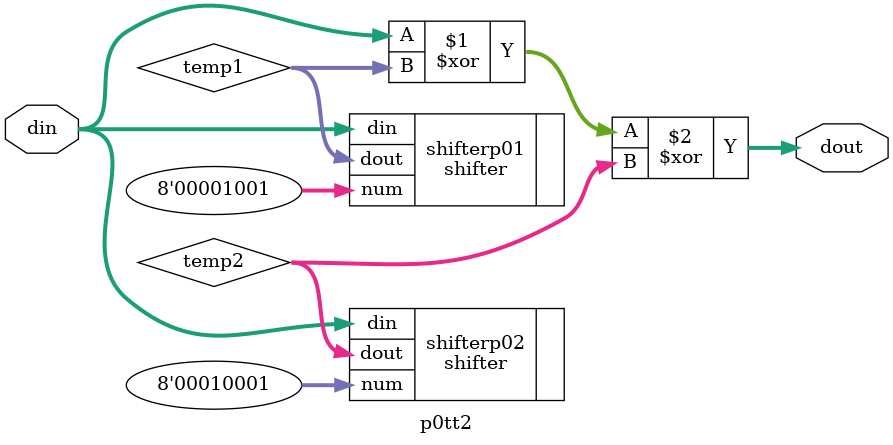
<source format=v>
`timescale 1ns / 1ps
module p0tt2 (
    din,
    dout
);
    input wire[31:0] din;
    output wire[31:0] dout;
    wire[31:0] temp1;
    wire[31:0] temp2;

    shifter shifterp01(
        .din(din),
        .num(8'd9),
        .dout(temp1)
    );
    shifter shifterp02(
        .din(din),
        .num(8'd17),
        .dout(temp2)
    );

    assign dout = din ^ temp1 ^ temp2;
endmodule

</source>
